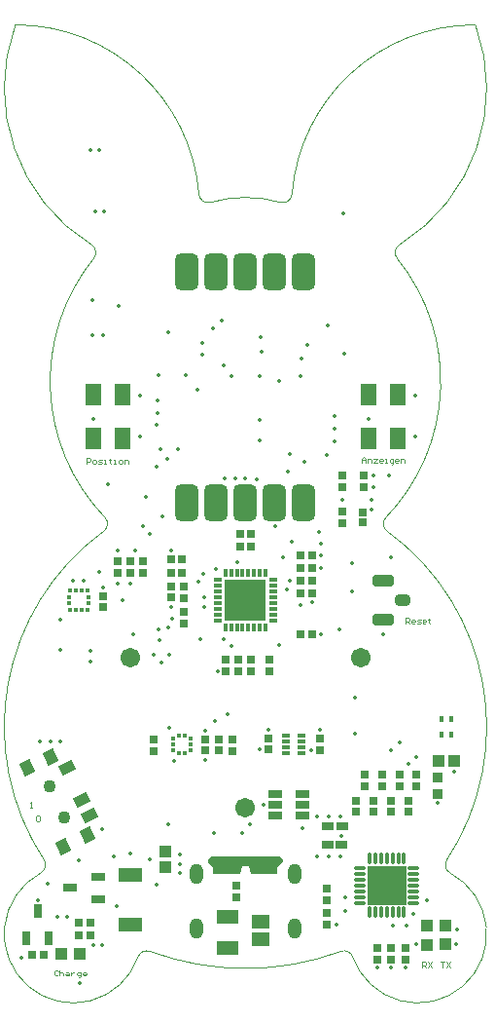
<source format=gts>
G04*
G04 #@! TF.GenerationSoftware,Altium Limited,Altium Designer,24.2.2 (26)*
G04*
G04 Layer_Color=8388736*
%FSLAX25Y25*%
%MOIN*%
G70*
G04*
G04 #@! TF.SameCoordinates,A7374CB3-C572-496A-BD66-24450F52A8E5*
G04*
G04*
G04 #@! TF.FilePolarity,Negative*
G04*
G01*
G75*
%ADD10C,0.00394*%
G04:AMPARAMS|DCode=44|XSize=39.5mil|YSize=74.93mil|CornerRadius=11.87mil|HoleSize=0mil|Usage=FLASHONLY|Rotation=90.000|XOffset=0mil|YOffset=0mil|HoleType=Round|Shape=RoundedRectangle|*
%AMROUNDEDRECTD44*
21,1,0.03950,0.05118,0,0,90.0*
21,1,0.01575,0.07493,0,0,90.0*
1,1,0.02375,0.02559,0.00787*
1,1,0.02375,0.02559,-0.00787*
1,1,0.02375,-0.02559,-0.00787*
1,1,0.02375,-0.02559,0.00787*
%
%ADD44ROUNDEDRECTD44*%
G04:AMPARAMS|DCode=45|XSize=39.5mil|YSize=51.31mil|CornerRadius=11.87mil|HoleSize=0mil|Usage=FLASHONLY|Rotation=270.000|XOffset=0mil|YOffset=0mil|HoleType=Round|Shape=RoundedRectangle|*
%AMROUNDEDRECTD45*
21,1,0.03950,0.02756,0,0,270.0*
21,1,0.01575,0.05131,0,0,270.0*
1,1,0.02375,-0.01378,-0.00787*
1,1,0.02375,-0.01378,0.00787*
1,1,0.02375,0.01378,0.00787*
1,1,0.02375,0.01378,-0.00787*
%
%ADD45ROUNDEDRECTD45*%
%ADD46R,0.03162X0.03162*%
%ADD47R,0.03162X0.04737*%
%ADD48R,0.05131X0.03162*%
%ADD49R,0.03162X0.03162*%
%ADD50R,0.01476X0.01378*%
%ADD51R,0.01378X0.01476*%
%ADD52R,0.02913X0.02913*%
%ADD53R,0.03950X0.03162*%
%ADD54R,0.04737X0.03162*%
%ADD55R,0.08477X0.05131*%
G04:AMPARAMS|DCode=56|XSize=35.56mil|YSize=51.31mil|CornerRadius=0mil|HoleSize=0mil|Usage=FLASHONLY|Rotation=115.000|XOffset=0mil|YOffset=0mil|HoleType=Round|Shape=Rectangle|*
%AMROTATEDRECTD56*
4,1,4,0.03076,-0.00527,-0.01574,-0.02696,-0.03076,0.00527,0.01574,0.02696,0.03076,-0.00527,0.0*
%
%ADD56ROTATEDRECTD56*%

G04:AMPARAMS|DCode=57|XSize=47.37mil|YSize=39.5mil|CornerRadius=0mil|HoleSize=0mil|Usage=FLASHONLY|Rotation=115.000|XOffset=0mil|YOffset=0mil|HoleType=Round|Shape=Rectangle|*
%AMROTATEDRECTD57*
4,1,4,0.02791,-0.01312,-0.00789,-0.02981,-0.02791,0.01312,0.00789,0.02981,0.02791,-0.01312,0.0*
%
%ADD57ROTATEDRECTD57*%

%ADD58R,0.04343X0.03950*%
%ADD59R,0.05918X0.04737*%
%ADD60R,0.07493X0.05131*%
%ADD61R,0.03950X0.03950*%
%ADD62R,0.13976X0.13976*%
%ADD63R,0.13189X0.13189*%
%ADD64O,0.01378X0.04331*%
%ADD65O,0.04331X0.01378*%
%ADD66R,0.05800X0.07808*%
%ADD67R,0.03950X0.04343*%
%ADD68R,0.03556X0.03753*%
%ADD69R,0.01575X0.02362*%
%ADD70R,0.02756X0.02756*%
%ADD71R,0.02756X0.01378*%
%ADD72R,0.01476X0.01378*%
%ADD73R,0.01378X0.01476*%
G04:AMPARAMS|DCode=74|XSize=82.8mil|YSize=126.11mil|CornerRadius=22.7mil|HoleSize=0mil|Usage=FLASHONLY|Rotation=0.000|XOffset=0mil|YOffset=0mil|HoleType=Round|Shape=RoundedRectangle|*
%AMROUNDEDRECTD74*
21,1,0.08280,0.08071,0,0,0.0*
21,1,0.03740,0.12611,0,0,0.0*
1,1,0.04540,0.01870,-0.04035*
1,1,0.04540,-0.01870,-0.04035*
1,1,0.04540,-0.01870,0.04035*
1,1,0.04540,0.01870,0.04035*
%
%ADD74ROUNDEDRECTD74*%
%ADD75R,0.01378X0.03150*%
%ADD76R,0.03150X0.01378*%
%ADD77R,0.03950X0.03950*%
%ADD78C,0.02953*%
%ADD79C,0.02756*%
%ADD80O,0.04737X0.07099*%
%ADD81C,0.06706*%
%ADD82C,0.04343*%
%ADD83C,0.01378*%
G36*
X391732Y422244D02*
X392520Y424803D01*
X394882D01*
X395669Y422244D01*
X404724D01*
Y424409D01*
X406496Y426181D01*
Y427165D01*
X405512Y428150D01*
X381890D01*
X380906Y427165D01*
Y426181D01*
X382677Y424409D01*
Y422244D01*
X391732Y422244D01*
D02*
G37*
D10*
X320046Y444783D02*
X320702D01*
X320374D01*
Y446751D01*
X320046Y446423D01*
X321982Y441797D02*
X322310Y442125D01*
X322966D01*
X323294Y441797D01*
Y440485D01*
X322966Y440158D01*
X322310D01*
X321982Y440485D01*
Y441797D01*
X448492Y507874D02*
Y509842D01*
X449476D01*
X449804Y509514D01*
Y508858D01*
X449476Y508530D01*
X448492D01*
X449148D02*
X449804Y507874D01*
X451444D02*
X450788D01*
X450460Y508202D01*
Y508858D01*
X450788Y509186D01*
X451444D01*
X451772Y508858D01*
Y508530D01*
X450460D01*
X452428Y507874D02*
X453412D01*
X453740Y508202D01*
X453412Y508530D01*
X452756D01*
X452428Y508858D01*
X452756Y509186D01*
X453740D01*
X455380Y507874D02*
X454724D01*
X454396Y508202D01*
Y508858D01*
X454724Y509186D01*
X455380D01*
X455708Y508858D01*
Y508530D01*
X454396D01*
X456692Y509514D02*
Y509186D01*
X456364D01*
X457020D01*
X456692D01*
Y508202D01*
X457020Y507874D01*
X339370Y562533D02*
Y564501D01*
X340354D01*
X340682Y564173D01*
Y563517D01*
X340354Y563189D01*
X339370D01*
X341666Y562533D02*
X342322D01*
X342650Y562861D01*
Y563517D01*
X342322Y563845D01*
X341666D01*
X341338Y563517D01*
Y562861D01*
X341666Y562533D01*
X343306D02*
X344290D01*
X344618Y562861D01*
X344290Y563189D01*
X343634D01*
X343306Y563517D01*
X343634Y563845D01*
X344618D01*
X345274Y562533D02*
X345930D01*
X345602D01*
Y563845D01*
X345274D01*
X347241Y564173D02*
Y563845D01*
X346914D01*
X347569D01*
X347241D01*
Y562861D01*
X347569Y562533D01*
X348553D02*
X349209D01*
X348881D01*
Y563845D01*
X348553D01*
X350521Y562533D02*
X351177D01*
X351505Y562861D01*
Y563517D01*
X351177Y563845D01*
X350521D01*
X350193Y563517D01*
Y562861D01*
X350521Y562533D01*
X352161D02*
Y563845D01*
X353145D01*
X353473Y563517D01*
Y562533D01*
X433565Y562861D02*
Y564173D01*
X434221Y564828D01*
X434877Y564173D01*
Y562861D01*
Y563845D01*
X433565D01*
X435533Y562861D02*
Y564173D01*
X436517D01*
X436845Y563845D01*
Y562861D01*
X437501Y564173D02*
X438813D01*
X437501Y562861D01*
X438813D01*
X440453D02*
X439797D01*
X439469Y563189D01*
Y563845D01*
X439797Y564173D01*
X440453D01*
X440781Y563845D01*
Y563517D01*
X439469D01*
X441437Y562861D02*
X442093D01*
X441765D01*
Y564173D01*
X441437D01*
X443733Y562205D02*
X444061D01*
X444389Y562533D01*
Y564173D01*
X443405D01*
X443077Y563845D01*
Y563189D01*
X443405Y562861D01*
X444389D01*
X446029D02*
X445373D01*
X445045Y563189D01*
Y563845D01*
X445373Y564173D01*
X446029D01*
X446356Y563845D01*
Y563517D01*
X445045D01*
X447012Y562861D02*
Y564173D01*
X447996D01*
X448324Y563845D01*
Y562861D01*
X329398Y388910D02*
X329070Y389238D01*
X328414D01*
X328086Y388910D01*
Y387598D01*
X328414Y387270D01*
X329070D01*
X329398Y387598D01*
X330054Y389238D02*
Y387270D01*
Y388254D01*
X330382Y388582D01*
X331038D01*
X331366Y388254D01*
Y387270D01*
X332349Y388582D02*
X333005D01*
X333333Y388254D01*
Y387270D01*
X332349D01*
X332021Y387598D01*
X332349Y387926D01*
X333333D01*
X333989Y388582D02*
Y387270D01*
Y387926D01*
X334317Y388254D01*
X334645Y388582D01*
X334973D01*
X336613Y386614D02*
X336941D01*
X337269Y386942D01*
Y388582D01*
X336285D01*
X335957Y388254D01*
Y387598D01*
X336285Y387270D01*
X337269D01*
X338909D02*
X338253D01*
X337925Y387598D01*
Y388254D01*
X338253Y388582D01*
X338909D01*
X339237Y388254D01*
Y387926D01*
X337925D01*
X454264Y390158D02*
Y392125D01*
X455248D01*
X455576Y391797D01*
Y391141D01*
X455248Y390813D01*
X454264D01*
X454920D02*
X455576Y390158D01*
X456232Y392125D02*
X457544Y390158D01*
Y392125D02*
X456232Y390158D01*
X460565Y392125D02*
X461877D01*
X461221D01*
Y390158D01*
X462533Y392125D02*
X463845Y390158D01*
Y392125D02*
X462533Y390158D01*
X323529Y422418D02*
G03*
X324677Y426931I-1482J2779D01*
G01*
X345122Y539341D02*
G03*
X345538Y544077I-1851J2549D01*
G01*
X341703Y632690D02*
G03*
X345538Y544077I51998J-42139D01*
G01*
X345122Y539341D02*
G03*
X324677Y426931I48579J-66900D01*
G01*
X323529Y422418D02*
G03*
X356918Y393705I11116J-20843D01*
G01*
X441863Y544077D02*
G03*
X442279Y539341I2266J-2187D01*
G01*
X441863Y544077D02*
G03*
X445699Y632690I-48163J46474D01*
G01*
X462720Y426934D02*
G03*
X463873Y422411I2634J-1737D01*
G01*
X430485Y393705D02*
G03*
X463873Y422418I22273J7870D01*
G01*
X462725Y426931D02*
G03*
X442279Y539341I-69024J45510D01*
G01*
X393701Y389764D02*
G03*
X426423Y395611I0J94488D01*
G01*
X430483Y393705D02*
G03*
X426423Y395611I-2970J-1049D01*
G01*
X405642Y651864D02*
G03*
X393701Y653543I-11941J-41628D01*
G01*
X472540Y712599D02*
G03*
X409650Y654640I-99J-62992D01*
G01*
X405642Y651864D02*
G03*
X409650Y654640I868J3028D01*
G01*
X446490Y637353D02*
G03*
X472540Y712596I-33105J53592D01*
G01*
X446490Y637353D02*
G03*
X445699Y632690I1655J-2680D01*
G01*
X341703D02*
G03*
X340911Y637353I-2447J1983D01*
G01*
X314861Y712596D02*
G03*
X340911Y637353I59154J-21651D01*
G01*
X377751Y654640D02*
G03*
X381759Y651864I3140J252D01*
G01*
X377751Y654640D02*
G03*
X314861Y712599I-62791J-5033D01*
G01*
X393701Y653543D02*
G03*
X381759Y651864I0J-43307D01*
G01*
X360979Y395611D02*
G03*
X356918Y393705I-1091J-2955D01*
G01*
X360979Y395611D02*
G03*
X393701Y389764I32722J88641D01*
G01*
D44*
X440945Y509055D02*
D03*
Y522441D02*
D03*
D45*
X447441Y515748D02*
D03*
D46*
X320472Y394488D02*
D03*
X324409D02*
D03*
X372047Y525197D02*
D03*
X368110D02*
D03*
X372047Y529921D02*
D03*
X368110D02*
D03*
X391732Y534252D02*
D03*
X395669Y534252D02*
D03*
X391732Y538583D02*
D03*
X395669D02*
D03*
X412598Y526772D02*
D03*
X416535D02*
D03*
X412598Y503937D02*
D03*
X416535D02*
D03*
X336614Y405512D02*
D03*
X340551D02*
D03*
X336614Y401181D02*
D03*
X340551D02*
D03*
X412598Y518110D02*
D03*
X416535D02*
D03*
X412598Y522441D02*
D03*
X416535D02*
D03*
X412598Y531102D02*
D03*
X416535D02*
D03*
D47*
X318701Y400000D02*
D03*
X326181D02*
D03*
X322441Y409449D02*
D03*
D48*
X413386Y449409D02*
D03*
Y445669D02*
D03*
Y441929D02*
D03*
X403937D02*
D03*
Y445669D02*
D03*
Y449409D02*
D03*
D49*
X387008Y495276D02*
D03*
Y491339D02*
D03*
X434252Y558268D02*
D03*
Y554331D02*
D03*
X391339Y491339D02*
D03*
Y495276D02*
D03*
X358661Y529134D02*
D03*
Y525197D02*
D03*
X372441Y507874D02*
D03*
Y511811D02*
D03*
X395669Y495276D02*
D03*
X395669Y491339D02*
D03*
X437598Y447244D02*
D03*
Y443307D02*
D03*
X390551Y414173D02*
D03*
Y418110D02*
D03*
X372477Y520462D02*
D03*
Y516525D02*
D03*
X448425Y392913D02*
D03*
Y396850D02*
D03*
X443701Y392913D02*
D03*
Y396850D02*
D03*
X438976Y396850D02*
D03*
Y392913D02*
D03*
X421654Y412992D02*
D03*
Y416929D02*
D03*
Y408661D02*
D03*
Y404724D02*
D03*
X401968Y491339D02*
D03*
Y495276D02*
D03*
X389370Y468110D02*
D03*
Y464173D02*
D03*
X426772Y554331D02*
D03*
Y558268D02*
D03*
Y546063D02*
D03*
Y542126D02*
D03*
X362205Y464173D02*
D03*
Y468110D02*
D03*
X350000Y529134D02*
D03*
Y525197D02*
D03*
X354331Y529134D02*
D03*
Y525197D02*
D03*
X431693Y447244D02*
D03*
Y443307D02*
D03*
X434646Y456102D02*
D03*
Y452165D02*
D03*
X440551Y456102D02*
D03*
Y452165D02*
D03*
X443504Y447244D02*
D03*
Y443307D02*
D03*
X446457Y456102D02*
D03*
Y452165D02*
D03*
X449409Y443307D02*
D03*
Y447244D02*
D03*
X452362Y456102D02*
D03*
Y452165D02*
D03*
D50*
X339934Y514764D02*
D03*
Y516732D02*
D03*
X333295Y514764D02*
D03*
Y516732D02*
D03*
D51*
X339567Y519065D02*
D03*
X333661D02*
D03*
X335630D02*
D03*
X337598D02*
D03*
X339567Y512431D02*
D03*
X333661D02*
D03*
X335630D02*
D03*
X337598D02*
D03*
D52*
X433858Y545905D02*
D03*
Y542283D02*
D03*
X344882Y517165D02*
D03*
Y513543D02*
D03*
X368110Y520315D02*
D03*
Y516693D02*
D03*
X401575Y464724D02*
D03*
Y468347D02*
D03*
X379929Y464322D02*
D03*
Y467944D02*
D03*
X384629Y464322D02*
D03*
Y467944D02*
D03*
D53*
X421850Y432087D02*
D03*
X426575D02*
D03*
X426772Y438583D02*
D03*
X422047D02*
D03*
D54*
X333661Y417323D02*
D03*
X343110Y421063D02*
D03*
Y413583D02*
D03*
D55*
X354331Y421850D02*
D03*
Y404921D02*
D03*
D56*
X340192Y442233D02*
D03*
X337696Y447585D02*
D03*
X332705Y458290D02*
D03*
D57*
X326998Y462144D02*
D03*
X318791Y458318D02*
D03*
X339477Y435383D02*
D03*
X331270Y431556D02*
D03*
D58*
X366142Y424409D02*
D03*
Y429921D02*
D03*
D59*
X398819Y399606D02*
D03*
Y405905D02*
D03*
D60*
X387402Y407283D02*
D03*
Y396654D02*
D03*
D61*
X330413Y394685D02*
D03*
X336909D02*
D03*
D62*
X393701Y515748D02*
D03*
D63*
X442126Y418110D02*
D03*
D64*
X436221Y427264D02*
D03*
X438189D02*
D03*
X440158D02*
D03*
X442126D02*
D03*
X444095D02*
D03*
X446063D02*
D03*
X448032D02*
D03*
Y408957D02*
D03*
X446063D02*
D03*
X444095D02*
D03*
X442126D02*
D03*
X440158D02*
D03*
X438189D02*
D03*
X436221D02*
D03*
D65*
X451279Y424016D02*
D03*
Y422047D02*
D03*
Y420079D02*
D03*
Y418110D02*
D03*
Y416142D02*
D03*
Y414173D02*
D03*
Y412205D02*
D03*
X432972D02*
D03*
Y414173D02*
D03*
Y416142D02*
D03*
Y418110D02*
D03*
Y420079D02*
D03*
Y422047D02*
D03*
Y424016D02*
D03*
D66*
X435945Y586240D02*
D03*
X445945D02*
D03*
Y571240D02*
D03*
X435945D02*
D03*
X341457Y586240D02*
D03*
X351457D02*
D03*
Y571240D02*
D03*
X341457D02*
D03*
D67*
X465354Y460630D02*
D03*
X459842D02*
D03*
D68*
X459449Y455217D02*
D03*
Y449508D02*
D03*
D69*
X464172Y475149D02*
D03*
Y469637D02*
D03*
X461022D02*
D03*
Y475149D02*
D03*
D70*
X419261Y468462D02*
D03*
Y464525D02*
D03*
D71*
X407480Y469488D02*
D03*
Y467520D02*
D03*
Y465551D02*
D03*
Y463583D02*
D03*
X412992Y469488D02*
D03*
Y467520D02*
D03*
Y465551D02*
D03*
Y463583D02*
D03*
D72*
X374803Y464567D02*
D03*
Y466536D02*
D03*
Y468504D02*
D03*
X368795Y464567D02*
D03*
Y466536D02*
D03*
X368797Y468504D02*
D03*
D73*
X372783Y463531D02*
D03*
X370815D02*
D03*
Y469537D02*
D03*
X372783D02*
D03*
D74*
X383701Y627953D02*
D03*
X393701D02*
D03*
X373701D02*
D03*
X403701D02*
D03*
X413701D02*
D03*
X403701Y549213D02*
D03*
X393701D02*
D03*
X413701D02*
D03*
X383701D02*
D03*
X373701D02*
D03*
D75*
X386811Y525197D02*
D03*
X388779D02*
D03*
X390748D02*
D03*
X392717D02*
D03*
X394685D02*
D03*
X396654D02*
D03*
X398622D02*
D03*
X400591D02*
D03*
Y506299D02*
D03*
X398622D02*
D03*
X396654D02*
D03*
X394685D02*
D03*
X392717D02*
D03*
X390748D02*
D03*
X388779D02*
D03*
X386811D02*
D03*
D76*
X403150Y522638D02*
D03*
Y520669D02*
D03*
Y518701D02*
D03*
Y516732D02*
D03*
Y514764D02*
D03*
Y512795D02*
D03*
Y510827D02*
D03*
Y508858D02*
D03*
X384252D02*
D03*
Y510827D02*
D03*
Y512795D02*
D03*
Y514764D02*
D03*
Y516732D02*
D03*
Y518701D02*
D03*
Y520669D02*
D03*
Y522638D02*
D03*
D77*
X455904Y404405D02*
D03*
Y397909D02*
D03*
X462205Y404429D02*
D03*
X462205Y397933D02*
D03*
D78*
X404724Y426496D02*
D03*
X401575D02*
D03*
X403150Y423740D02*
D03*
X395276Y426496D02*
D03*
X396850Y423740D02*
D03*
X398425Y426496D02*
D03*
X392126D02*
D03*
X390551Y423740D02*
D03*
X388976Y426496D02*
D03*
X387402Y423740D02*
D03*
X385827Y426496D02*
D03*
X384252Y423740D02*
D03*
X382677Y426496D02*
D03*
D79*
X400000Y423740D02*
D03*
D80*
X410512Y403346D02*
D03*
X376890Y421969D02*
D03*
Y403346D02*
D03*
X410512Y421969D02*
D03*
D81*
X354331Y496063D02*
D03*
X393701Y444882D02*
D03*
X433071Y496063D02*
D03*
D82*
X326638Y452203D02*
D03*
X331630Y441498D02*
D03*
D83*
X395276Y515354D02*
D03*
X442913Y558268D02*
D03*
X443701Y530315D02*
D03*
X400000Y445669D02*
D03*
X330315Y498819D02*
D03*
X316929Y393307D02*
D03*
X448819Y404331D02*
D03*
X451279Y408563D02*
D03*
X337008Y384646D02*
D03*
X329183Y407480D02*
D03*
X322441Y412992D02*
D03*
X325984Y418898D02*
D03*
X444095Y404331D02*
D03*
X425984Y505905D02*
D03*
X419488Y503937D02*
D03*
X340551Y494882D02*
D03*
X355118Y503937D02*
D03*
X424803Y404724D02*
D03*
X413779Y562992D02*
D03*
X364567Y567323D02*
D03*
X363386Y561417D02*
D03*
X366929Y564173D02*
D03*
X359449Y551181D02*
D03*
X358661Y540945D02*
D03*
X355906Y532874D02*
D03*
X370472Y567323D02*
D03*
X351575Y515748D02*
D03*
X340551Y498425D02*
D03*
X346457Y555512D02*
D03*
X363779Y505905D02*
D03*
X367323Y506299D02*
D03*
X437402Y558268D02*
D03*
X412992Y598425D02*
D03*
X367323Y607480D02*
D03*
X378740Y603642D02*
D03*
X350394Y616535D02*
D03*
X341339Y618504D02*
D03*
X344882Y606299D02*
D03*
X341339D02*
D03*
X345276Y648819D02*
D03*
X342126D02*
D03*
X343701Y669685D02*
D03*
X340551D02*
D03*
X427559Y600000D02*
D03*
X421752Y609842D02*
D03*
X427165Y648032D02*
D03*
X414961Y603150D02*
D03*
X383071Y474409D02*
D03*
X431102Y470079D02*
D03*
Y482283D02*
D03*
X386221Y596063D02*
D03*
X385433Y611319D02*
D03*
X382677Y608760D02*
D03*
X378740Y599902D02*
D03*
X377165Y587795D02*
D03*
X430315Y518898D02*
D03*
X440945Y503937D02*
D03*
X412598Y514173D02*
D03*
X419488Y526772D02*
D03*
X446457Y466929D02*
D03*
X406693Y530315D02*
D03*
X443504Y464567D02*
D03*
X452362Y462205D02*
D03*
X405118Y500394D02*
D03*
X449409Y459842D02*
D03*
X430315Y528346D02*
D03*
X323228Y467323D02*
D03*
X330315D02*
D03*
X326772D02*
D03*
X344488Y437402D02*
D03*
X336417Y426772D02*
D03*
X369291Y460630D02*
D03*
X361024Y427165D02*
D03*
X371063Y428740D02*
D03*
Y425591D02*
D03*
Y422441D02*
D03*
X349606Y411024D02*
D03*
X367717Y472047D02*
D03*
X379937Y471242D02*
D03*
X379921Y461024D02*
D03*
X387402Y476772D02*
D03*
X413386Y437795D02*
D03*
X426181Y428150D02*
D03*
Y441732D02*
D03*
X422244D02*
D03*
X418307D02*
D03*
X426575Y435236D02*
D03*
X465747Y398055D02*
D03*
X452362Y398031D02*
D03*
X466142Y403150D02*
D03*
X455905Y412992D02*
D03*
X419685Y535039D02*
D03*
X401575Y471299D02*
D03*
X368504Y509449D02*
D03*
X361024Y538583D02*
D03*
X350000Y532874D02*
D03*
X365354Y544488D02*
D03*
X354331Y521457D02*
D03*
X350000D02*
D03*
X418898Y538976D02*
D03*
X409449Y535827D02*
D03*
X364173Y501968D02*
D03*
X384252Y491339D02*
D03*
X367717Y497244D02*
D03*
X364961Y494488D02*
D03*
X362205Y497244D02*
D03*
X378346Y502362D02*
D03*
X409055Y522441D02*
D03*
X407874Y519291D02*
D03*
X409055Y565748D02*
D03*
X388976Y500000D02*
D03*
X386221Y502362D02*
D03*
X343701Y525591D02*
D03*
X344882Y520079D02*
D03*
X338268Y522441D02*
D03*
X330315Y509055D02*
D03*
X334646Y522441D02*
D03*
X437402Y554331D02*
D03*
X436890Y546850D02*
D03*
X437008Y550138D02*
D03*
X426772D02*
D03*
X421654Y565354D02*
D03*
X390748Y528925D02*
D03*
X386614Y557480D02*
D03*
X390158D02*
D03*
X403937Y540945D02*
D03*
X397638Y557087D02*
D03*
X393701Y520472D02*
D03*
X383465Y526378D02*
D03*
X412598Y592520D02*
D03*
X398425Y570472D02*
D03*
Y577559D02*
D03*
X419488Y531102D02*
D03*
X416536Y515158D02*
D03*
X424213Y570079D02*
D03*
X424213Y574409D02*
D03*
X416308Y464525D02*
D03*
X419261Y471415D02*
D03*
X398622Y464724D02*
D03*
X368110Y532874D02*
D03*
X363740Y592913D02*
D03*
X373268Y592677D02*
D03*
X398819Y605905D02*
D03*
X399213Y600787D02*
D03*
X451969Y571654D02*
D03*
Y585827D02*
D03*
X435945Y577855D02*
D03*
X341457D02*
D03*
X357480Y585827D02*
D03*
Y571654D02*
D03*
X408268Y559842D02*
D03*
X393701Y557480D02*
D03*
X363382Y575634D02*
D03*
X363583Y579921D02*
D03*
Y584252D02*
D03*
X405315Y590650D02*
D03*
X388937Y592520D02*
D03*
X398465Y592520D02*
D03*
X424213Y578740D02*
D03*
X392717Y436221D02*
D03*
X377559Y522047D02*
D03*
X379134Y524803D02*
D03*
X379528Y513386D02*
D03*
X368110D02*
D03*
X379724Y516732D02*
D03*
X465354Y457087D02*
D03*
X459449Y446457D02*
D03*
X427953Y409449D02*
D03*
X441339Y414173D02*
D03*
X441732Y419685D02*
D03*
X427953Y414173D02*
D03*
X422244Y428150D02*
D03*
X418307D02*
D03*
X367126Y438976D02*
D03*
X354331Y429134D02*
D03*
X341535Y397638D02*
D03*
X344488D02*
D03*
X348425Y428150D02*
D03*
X332677Y407480D02*
D03*
X363189Y418307D02*
D03*
X382874Y436221D02*
D03*
X395276Y438976D02*
D03*
X438976Y390158D02*
D03*
X443701Y390158D02*
D03*
X448425D02*
D03*
M02*

</source>
